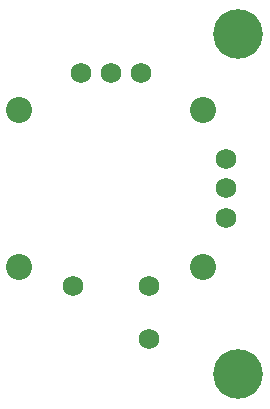
<source format=gbs>
%FSLAX25Y25*%
%MOIN*%
G70*
G01*
G75*
G04 Layer_Color=16711935*
%ADD10R,0.11811X0.03937*%
%ADD11R,0.11811X0.05906*%
%ADD12R,0.03150X0.03543*%
%ADD13C,0.01000*%
%ADD14C,0.06000*%
%ADD15C,0.07874*%
%ADD16C,0.15748*%
%ADD17C,0.00787*%
%ADD18R,0.12611X0.04737*%
%ADD19R,0.12611X0.06706*%
%ADD20R,0.03950X0.04343*%
%ADD21C,0.06800*%
%ADD22C,0.08674*%
%ADD23C,0.16548*%
D21*
X108445Y24953D02*
D03*
Y42669D02*
D03*
X134035Y65307D02*
D03*
Y75150D02*
D03*
X85807Y113535D02*
D03*
X95650D02*
D03*
X105492D02*
D03*
X134035Y84992D02*
D03*
X82854Y42669D02*
D03*
D22*
X126161Y48968D02*
D03*
X65138D02*
D03*
X126161Y101331D02*
D03*
X65138D02*
D03*
D23*
X138150Y126650D02*
D03*
Y13150D02*
D03*
M02*

</source>
